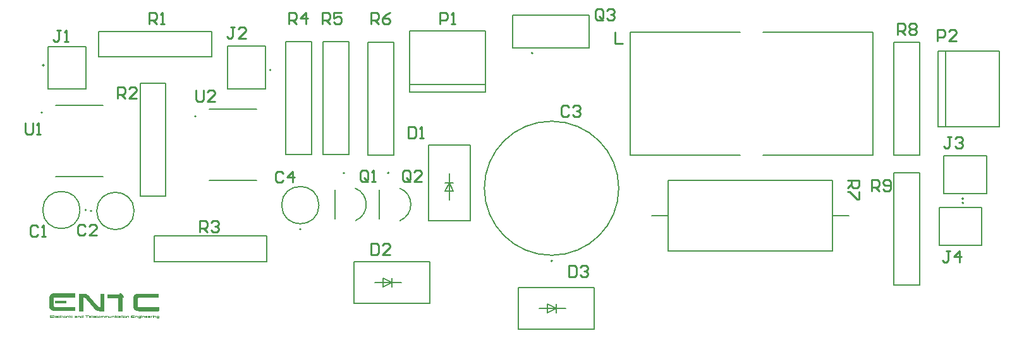
<source format=gto>
G04*
G04 #@! TF.GenerationSoftware,Altium Limited,Altium Designer,23.7.1 (13)*
G04*
G04 Layer_Color=65535*
%FSLAX44Y44*%
%MOMM*%
G71*
G04*
G04 #@! TF.SameCoordinates,A07C0687-F844-4A61-819B-523DF58B2253*
G04*
G04*
G04 #@! TF.FilePolarity,Positive*
G04*
G01*
G75*
%ADD10C,0.2000*%
%ADD11C,0.1270*%
%ADD12C,0.1524*%
%ADD13C,0.2540*%
G36*
X84249Y46654D02*
X69147D01*
Y50517D01*
X84249D01*
Y46654D01*
D02*
G37*
G36*
X135000Y36468D02*
X134824D01*
Y36293D01*
X128151D01*
Y36468D01*
X126922D01*
Y36644D01*
X126044D01*
Y36820D01*
X125517D01*
Y36995D01*
X125166D01*
Y37171D01*
X124639D01*
Y37346D01*
X124288D01*
Y37522D01*
X123937D01*
Y37698D01*
X123761D01*
Y37873D01*
X123585D01*
Y38049D01*
X123234D01*
Y38224D01*
X123059D01*
Y38400D01*
X122883D01*
Y38576D01*
X122707D01*
Y38751D01*
X122532D01*
Y38927D01*
X122356D01*
Y39102D01*
X122181D01*
Y39278D01*
X122005D01*
Y39454D01*
X121829D01*
Y39629D01*
X121654D01*
Y39805D01*
X121478D01*
Y40156D01*
X121302D01*
Y40332D01*
X121127D01*
Y40507D01*
X120951D01*
Y40683D01*
X120776D01*
Y40859D01*
X120600D01*
Y41034D01*
X120424D01*
Y41210D01*
X120249D01*
Y41561D01*
X120073D01*
Y41737D01*
X119898D01*
Y41912D01*
X119722D01*
Y42088D01*
X119546D01*
Y42263D01*
X119371D01*
Y42439D01*
X119195D01*
Y42790D01*
X119020D01*
Y42966D01*
X118844D01*
Y43141D01*
X118668D01*
Y43317D01*
X118493D01*
Y43493D01*
X118317D01*
Y43844D01*
X118141D01*
Y44020D01*
X117966D01*
Y44195D01*
X117790D01*
Y44371D01*
X117615D01*
Y44546D01*
X117439D01*
Y44722D01*
X117263D01*
Y45073D01*
X116912D01*
Y45424D01*
X116737D01*
Y45600D01*
X116561D01*
Y45776D01*
X116385D01*
Y45951D01*
X116210D01*
Y46127D01*
X116034D01*
Y46302D01*
X115859D01*
Y46654D01*
X115683D01*
Y46829D01*
X115507D01*
Y47005D01*
X115332D01*
Y47181D01*
X115156D01*
Y47356D01*
X114981D01*
Y47707D01*
X114805D01*
Y47883D01*
X114629D01*
Y48059D01*
X114454D01*
Y48234D01*
X114278D01*
Y48410D01*
X114102D01*
Y48585D01*
X113927D01*
Y48761D01*
X113751D01*
Y49112D01*
X113576D01*
Y49288D01*
X113400D01*
Y49464D01*
X113224D01*
Y49639D01*
X113049D01*
Y49815D01*
X112873D01*
Y50166D01*
X112698D01*
Y50342D01*
X112522D01*
Y50517D01*
X112346D01*
Y50693D01*
X112171D01*
Y50868D01*
X111995D01*
Y51044D01*
X111820D01*
Y51220D01*
X111644D01*
Y51571D01*
X111468D01*
Y51746D01*
X111293D01*
Y51922D01*
X111117D01*
Y52098D01*
X110942D01*
Y52273D01*
X110766D01*
Y52624D01*
X110590D01*
Y52800D01*
X110415D01*
Y52976D01*
X110239D01*
Y53151D01*
X110063D01*
Y53327D01*
X109888D01*
Y53502D01*
X109712D01*
Y53678D01*
X109361D01*
Y53854D01*
X109185D01*
Y54029D01*
X108834D01*
Y54205D01*
X108307D01*
Y54380D01*
X107781D01*
Y54556D01*
X106903D01*
Y36468D01*
X106727D01*
Y36293D01*
X101283D01*
Y47005D01*
X101107D01*
Y48059D01*
X101283D01*
Y48234D01*
X101107D01*
Y48585D01*
X101283D01*
Y48937D01*
X101107D01*
Y50342D01*
X101283D01*
Y60000D01*
X108659D01*
Y59824D01*
X109712D01*
Y59649D01*
X110239D01*
Y59473D01*
X110766D01*
Y59298D01*
X111117D01*
Y59122D01*
X111468D01*
Y58946D01*
X111820D01*
Y58771D01*
X111995D01*
Y58595D01*
X112346D01*
Y58419D01*
X112522D01*
Y58244D01*
X112698D01*
Y58068D01*
X113049D01*
Y57893D01*
X113224D01*
Y57717D01*
X113400D01*
Y57541D01*
X113576D01*
Y57366D01*
X113751D01*
Y57190D01*
X113927D01*
Y57015D01*
X114102D01*
Y56839D01*
X114278D01*
Y56663D01*
X114454D01*
Y56312D01*
X114805D01*
Y55961D01*
X114981D01*
Y55785D01*
X115156D01*
Y55610D01*
X115332D01*
Y55434D01*
X115507D01*
Y55259D01*
X115683D01*
Y54907D01*
X115859D01*
Y54732D01*
X116034D01*
Y54556D01*
X116210D01*
Y54380D01*
X116385D01*
Y54205D01*
X116561D01*
Y54029D01*
X116737D01*
Y53854D01*
X116912D01*
Y53502D01*
X117088D01*
Y53327D01*
X117263D01*
Y53151D01*
X117439D01*
Y52976D01*
X117615D01*
Y52800D01*
X117790D01*
Y52624D01*
X117966D01*
Y52449D01*
Y52273D01*
X118317D01*
Y51922D01*
X118493D01*
Y51746D01*
X118668D01*
Y51571D01*
X118844D01*
Y51395D01*
X119020D01*
Y51220D01*
X119195D01*
Y50868D01*
X119371D01*
Y50693D01*
X119546D01*
Y50517D01*
X119722D01*
Y50342D01*
X119898D01*
Y50166D01*
X120073D01*
Y49990D01*
X120249D01*
Y49815D01*
X120424D01*
Y49464D01*
X120600D01*
Y49288D01*
X120776D01*
Y49112D01*
X120951D01*
Y48937D01*
X121127D01*
Y48761D01*
X121302D01*
Y48585D01*
X121478D01*
Y48234D01*
X121654D01*
Y48059D01*
X121829D01*
Y47883D01*
X122005D01*
Y47707D01*
X122181D01*
Y47532D01*
X122356D01*
Y47356D01*
X122532D01*
Y47181D01*
X122707D01*
Y46829D01*
X122883D01*
Y46654D01*
X123059D01*
Y46478D01*
X123234D01*
Y46302D01*
X123410D01*
Y46127D01*
X123585D01*
Y45951D01*
X123761D01*
Y45600D01*
X123937D01*
Y45424D01*
X124112D01*
Y45249D01*
X124288D01*
Y45073D01*
X124464D01*
Y44898D01*
X124639D01*
Y44722D01*
X124815D01*
Y44546D01*
X124990D01*
Y44195D01*
X125342D01*
Y43844D01*
X125517D01*
Y43668D01*
X125693D01*
Y43493D01*
X125868D01*
Y43317D01*
X126044D01*
Y43141D01*
X126220D01*
Y42966D01*
X126395D01*
Y42790D01*
X126571D01*
Y42615D01*
X126922D01*
Y42439D01*
X127098D01*
Y42263D01*
X127449D01*
Y42088D01*
X127976D01*
Y41912D01*
X129381D01*
Y60000D01*
X135000D01*
Y36468D01*
D02*
G37*
G36*
X95312Y60351D02*
X95488D01*
Y56488D01*
Y56312D01*
Y54907D01*
X67917D01*
Y54732D01*
X67566D01*
Y54556D01*
X67390D01*
Y54205D01*
X67215D01*
Y42966D01*
X67390D01*
Y42615D01*
X67566D01*
Y42439D01*
X67917D01*
Y42263D01*
X95488D01*
Y36820D01*
X66688D01*
Y36995D01*
X65810D01*
Y37171D01*
X65108D01*
Y37346D01*
X64581D01*
Y37522D01*
X64229D01*
Y37698D01*
X63878D01*
Y37873D01*
X63527D01*
Y38049D01*
X63351D01*
Y38224D01*
X63176D01*
Y38400D01*
X63000D01*
Y38576D01*
X62825D01*
Y38751D01*
X62649D01*
Y38927D01*
X62473D01*
Y39102D01*
X62298D01*
Y39454D01*
X62122D01*
Y39629D01*
X61947D01*
Y40156D01*
X61771D01*
Y40683D01*
X61595D01*
Y41210D01*
X61420D01*
Y55961D01*
X61595D01*
Y56663D01*
X61771D01*
Y57190D01*
X61947D01*
Y57541D01*
X62122D01*
Y57893D01*
X62298D01*
Y58068D01*
X62473D01*
Y58419D01*
X62649D01*
Y58595D01*
X62825D01*
Y58771D01*
X63000D01*
Y58946D01*
X63176D01*
Y59122D01*
X63527D01*
Y59298D01*
X63878D01*
Y59473D01*
X64054D01*
Y59649D01*
X64405D01*
Y59824D01*
X64932D01*
Y60000D01*
X65459D01*
Y60176D01*
X66161D01*
Y60351D01*
X68093D01*
Y60527D01*
X95312D01*
Y60351D01*
D02*
G37*
G36*
X208053Y54556D02*
X180658D01*
Y54380D01*
X180307D01*
Y54205D01*
X179956D01*
Y53678D01*
X179780D01*
Y52624D01*
Y52449D01*
Y42790D01*
X179956D01*
Y42263D01*
X180131D01*
Y42088D01*
X180483D01*
Y41912D01*
X208053D01*
Y41737D01*
X208229D01*
Y36468D01*
X208053D01*
Y36293D01*
X180307D01*
Y36468D01*
X178902D01*
Y36644D01*
X178024D01*
Y36820D01*
X177497D01*
Y36995D01*
X177146D01*
Y37171D01*
X176795D01*
Y37346D01*
X176444D01*
Y37522D01*
X176092D01*
Y37698D01*
X175917D01*
Y37873D01*
X175741D01*
Y38049D01*
X175390D01*
Y38224D01*
X175215D01*
Y38576D01*
X175039D01*
Y38751D01*
X174863D01*
Y39102D01*
X174688D01*
Y39454D01*
X174512D01*
Y39805D01*
X174336D01*
Y40332D01*
X174161D01*
Y41737D01*
X173985D01*
Y54732D01*
X174161D01*
Y55961D01*
X174336D01*
Y56663D01*
X174512D01*
Y57015D01*
X174688D01*
Y57366D01*
X174863D01*
Y57717D01*
X175039D01*
Y57893D01*
X175215D01*
Y58068D01*
X175390D01*
Y58244D01*
X175566D01*
Y58419D01*
X175741D01*
Y58595D01*
X175917D01*
Y58771D01*
X176268D01*
Y58946D01*
X176444D01*
Y59122D01*
X176795D01*
Y59298D01*
X177322D01*
Y59473D01*
X177673D01*
Y59649D01*
X178375D01*
Y59824D01*
X179429D01*
Y60000D01*
X208053D01*
Y54556D01*
D02*
G37*
G36*
X156073Y60878D02*
X156600D01*
Y60702D01*
X157127D01*
Y60527D01*
X157302D01*
Y60351D01*
X157654D01*
Y60176D01*
X157829D01*
Y60000D01*
X158180D01*
Y59824D01*
X158356D01*
Y59649D01*
X158532D01*
Y59473D01*
X158707D01*
Y59298D01*
X158883D01*
Y59122D01*
X159059D01*
Y58946D01*
X159234D01*
Y58771D01*
X159410D01*
Y58595D01*
X159585D01*
Y58419D01*
X159761D01*
Y58068D01*
X159937D01*
Y57893D01*
X160112D01*
Y57541D01*
X160288D01*
Y57190D01*
X160463D01*
Y56839D01*
X160639D01*
Y56312D01*
X160814D01*
Y55259D01*
X160990D01*
Y54556D01*
X159059D01*
Y39981D01*
Y39805D01*
Y35766D01*
X153088D01*
Y53854D01*
X139390D01*
Y59298D01*
X155195D01*
Y59649D01*
X155371D01*
Y60176D01*
X155546D01*
Y60702D01*
X155722D01*
Y61054D01*
X156073D01*
Y60878D01*
D02*
G37*
G36*
X200502Y30322D02*
X199624D01*
Y30849D01*
X200502D01*
Y30322D01*
D02*
G37*
G36*
X185049D02*
X184170D01*
Y30849D01*
X185049D01*
Y30322D01*
D02*
G37*
G36*
X160112D02*
X159234D01*
Y30849D01*
X160112D01*
Y30322D01*
D02*
G37*
G36*
X149576Y30673D02*
X149751D01*
Y30322D01*
X148873D01*
Y30498D01*
Y30673D01*
Y30849D01*
X149576D01*
Y30673D01*
D02*
G37*
G36*
X88990D02*
X89166D01*
Y30498D01*
X88990D01*
Y30322D01*
X88288D01*
Y30498D01*
X88112D01*
Y30673D01*
X88288D01*
Y30849D01*
X88990D01*
Y30673D01*
D02*
G37*
G36*
X175741Y30322D02*
X175917D01*
Y30147D01*
X175741D01*
Y29971D01*
X175215D01*
Y30147D01*
X171878D01*
Y29971D01*
X171702D01*
Y29444D01*
X175741D01*
Y28742D01*
X171702D01*
Y28215D01*
X171878D01*
Y28039D01*
X175741D01*
Y27512D01*
X171175D01*
Y27688D01*
X170824D01*
Y30498D01*
X171175D01*
Y30673D01*
X175741D01*
Y30322D01*
D02*
G37*
G36*
X156424Y29795D02*
X156776D01*
Y29620D01*
X156951D01*
Y27688D01*
X156776D01*
Y27512D01*
X156073D01*
Y27337D01*
X155195D01*
Y27512D01*
X153790D01*
Y27864D01*
X153615D01*
Y28215D01*
Y28390D01*
Y28566D01*
X153790D01*
Y28742D01*
X154141D01*
Y28917D01*
X155722D01*
Y28742D01*
X155898D01*
Y28917D01*
X156249D01*
Y29093D01*
X156073D01*
Y29268D01*
X153790D01*
Y29971D01*
X156424D01*
Y29795D01*
D02*
G37*
G36*
X196288D02*
X196463D01*
Y29620D01*
X196639D01*
Y28742D01*
X196463D01*
Y28566D01*
X196112D01*
Y28390D01*
X194707D01*
Y28566D01*
X194180D01*
Y28039D01*
X196639D01*
Y27512D01*
X193478D01*
Y27864D01*
X193302D01*
Y29620D01*
X193478D01*
Y29795D01*
X193829D01*
Y29971D01*
X196288D01*
Y29795D01*
D02*
G37*
G36*
X192424D02*
X192775D01*
Y28742D01*
X192600D01*
Y28566D01*
X192249D01*
Y28390D01*
X190844D01*
Y28566D01*
X190492D01*
Y28390D01*
X190317D01*
Y28039D01*
X192775D01*
Y27512D01*
X189790D01*
Y27688D01*
X189614D01*
Y28039D01*
X189439D01*
Y29620D01*
X189614D01*
Y29795D01*
X189966D01*
Y29971D01*
X192424D01*
Y29795D01*
D02*
G37*
G36*
X122356D02*
X122707D01*
Y28742D01*
X122532D01*
Y28566D01*
X122181D01*
Y28390D01*
X120600D01*
Y28566D01*
X120424D01*
Y28390D01*
X120249D01*
Y28039D01*
X122707D01*
Y27512D01*
X119722D01*
Y27688D01*
X119546D01*
Y27864D01*
X119371D01*
Y29620D01*
X119546D01*
Y29795D01*
X119898D01*
Y29971D01*
X122356D01*
Y29795D01*
D02*
G37*
G36*
X71605D02*
X71781D01*
Y29444D01*
X71956D01*
Y29093D01*
X71781D01*
Y28566D01*
X71254D01*
Y28390D01*
X69673D01*
Y28566D01*
X69498D01*
Y28039D01*
X71781D01*
Y27512D01*
X71430D01*
Y27337D01*
X71078D01*
Y27512D01*
X68795D01*
Y27688D01*
X68620D01*
Y29620D01*
X68795D01*
Y29795D01*
X69147D01*
Y29971D01*
X71605D01*
Y29795D01*
D02*
G37*
G36*
X144307Y29620D02*
Y27864D01*
X144132D01*
Y27688D01*
X143956D01*
Y27512D01*
X141146D01*
Y27688D01*
X140971D01*
Y29795D01*
X141673D01*
Y28215D01*
X141849D01*
Y28039D01*
X143429D01*
Y29795D01*
X144307D01*
Y29620D01*
D02*
G37*
G36*
X163624Y29795D02*
X163976D01*
Y29620D01*
X164151D01*
Y27864D01*
X163976D01*
Y27688D01*
X163800D01*
Y27512D01*
X160990D01*
Y27688D01*
X160814D01*
Y27864D01*
X160639D01*
Y28215D01*
Y28390D01*
Y29620D01*
X160814D01*
Y29795D01*
X161166D01*
Y29971D01*
X163624D01*
Y29795D01*
D02*
G37*
G36*
X158532Y29971D02*
X158883D01*
Y29795D01*
Y29620D01*
X159059D01*
Y29268D01*
X158532D01*
Y27512D01*
X157654D01*
Y29268D01*
X157302D01*
Y29971D01*
X157654D01*
Y30673D01*
X158532D01*
Y29971D01*
D02*
G37*
G36*
X153263Y29268D02*
X150980D01*
Y28039D01*
X153263D01*
Y27512D01*
X150454D01*
Y27688D01*
X150278D01*
Y27864D01*
X150102D01*
Y29444D01*
X150278D01*
Y29620D01*
X150454D01*
Y29795D01*
X150805D01*
Y29971D01*
X153263D01*
Y29268D01*
D02*
G37*
G36*
X139741Y29795D02*
X140268D01*
Y29620D01*
X140444D01*
Y27512D01*
X139566D01*
Y29268D01*
X138512D01*
Y27512D01*
X137634D01*
Y29268D01*
X136580D01*
Y27512D01*
X135878D01*
Y29444D01*
X135702D01*
Y29795D01*
X135878D01*
Y29971D01*
X139741D01*
Y29795D01*
D02*
G37*
G36*
X129556D02*
X129907D01*
Y29620D01*
X130083D01*
Y29268D01*
X130259D01*
Y28039D01*
X130083D01*
Y27688D01*
X129907D01*
Y27512D01*
X126922D01*
Y27688D01*
X126746D01*
Y29620D01*
X126922D01*
Y29795D01*
X127273D01*
Y29971D01*
X129556D01*
Y29795D01*
D02*
G37*
G36*
X126220Y29268D02*
X123937D01*
Y28215D01*
X124112D01*
Y28039D01*
X126220D01*
Y27512D01*
X123410D01*
Y27688D01*
X123234D01*
Y29620D01*
X123410D01*
Y29795D01*
X123761D01*
Y29971D01*
X126220D01*
Y29268D01*
D02*
G37*
G36*
X117263Y29795D02*
X117439D01*
Y29620D01*
X117615D01*
Y28917D01*
X117439D01*
Y28566D01*
X117088D01*
Y28390D01*
X115156D01*
Y28039D01*
X117439D01*
Y27512D01*
X114454D01*
Y27688D01*
X114278D01*
Y29620D01*
X114454D01*
Y29795D01*
X114805D01*
Y29971D01*
X117263D01*
Y29795D01*
D02*
G37*
G36*
X106551Y27864D02*
X106376D01*
Y27688D01*
X106200D01*
Y27512D01*
X103390D01*
Y27688D01*
X103215D01*
Y27864D01*
X103039D01*
Y29444D01*
X103215D01*
Y29795D01*
X103566D01*
Y29971D01*
X105673D01*
Y30498D01*
Y30673D01*
Y30849D01*
X106551D01*
Y27864D01*
D02*
G37*
G36*
X92678Y29268D02*
X90395D01*
Y28215D01*
X90571D01*
Y28039D01*
X92678D01*
Y27512D01*
X89868D01*
Y27688D01*
X89693D01*
Y28039D01*
X89517D01*
Y28390D01*
Y28566D01*
Y29444D01*
X89693D01*
Y29620D01*
X89868D01*
Y29795D01*
X90220D01*
Y29971D01*
X92678D01*
Y29268D01*
D02*
G37*
G36*
X83195Y29795D02*
X83546D01*
Y29620D01*
X83722D01*
Y27688D01*
X83546D01*
Y27512D01*
X80561D01*
Y27688D01*
X80386D01*
Y27864D01*
X80210D01*
Y29444D01*
X80386D01*
Y29795D01*
X80912D01*
Y29971D01*
X83195D01*
Y29795D01*
D02*
G37*
G36*
X75293D02*
X75469D01*
Y29444D01*
X75293D01*
Y29268D01*
X73186D01*
Y28039D01*
X75469D01*
Y27512D01*
X72483D01*
Y27864D01*
X72308D01*
Y29620D01*
X72483D01*
Y29795D01*
X72834D01*
Y29971D01*
X75293D01*
Y29795D01*
D02*
G37*
G36*
X66864Y30147D02*
X62825D01*
Y29971D01*
X62649D01*
Y29444D01*
X66688D01*
Y28742D01*
X62649D01*
Y28215D01*
X62825D01*
Y28039D01*
X66864D01*
Y27512D01*
X62122D01*
Y27688D01*
X61947D01*
Y27864D01*
X61771D01*
Y30322D01*
X61947D01*
Y30498D01*
X62122D01*
Y30673D01*
X66864D01*
Y30147D01*
D02*
G37*
G36*
X203839Y29795D02*
X204190D01*
Y29620D01*
X204366D01*
Y29268D01*
X204541D01*
Y27512D01*
X204366D01*
Y27337D01*
X203839D01*
Y27512D01*
X203663D01*
Y29268D01*
X201731D01*
Y27512D01*
X201029D01*
Y27864D01*
Y28039D01*
Y29971D01*
X203839D01*
Y29795D01*
D02*
G37*
G36*
X200151D02*
X200502D01*
Y27512D01*
X200327D01*
Y27337D01*
X199800D01*
Y27512D01*
X199624D01*
Y29795D01*
X199800D01*
Y29971D01*
X200151D01*
Y29795D01*
D02*
G37*
G36*
X199273Y29268D02*
X198044D01*
Y27512D01*
X197692D01*
Y27337D01*
X197517D01*
Y27512D01*
X197166D01*
Y28742D01*
Y28917D01*
Y29620D01*
X197341D01*
Y29795D01*
X197692D01*
Y29971D01*
X199273D01*
Y29268D01*
D02*
G37*
G36*
X188385Y29795D02*
X188912D01*
Y29444D01*
X189088D01*
Y27512D01*
X188912D01*
Y27337D01*
X188385D01*
Y27512D01*
X188210D01*
Y29268D01*
X186453D01*
Y27512D01*
X186102D01*
Y27337D01*
X185927D01*
Y27512D01*
X185575D01*
Y29971D01*
X188385D01*
Y29795D01*
D02*
G37*
G36*
X185049Y27512D02*
X184873D01*
Y27337D01*
X184522D01*
Y27512D01*
X184170D01*
Y29795D01*
X185049D01*
Y27512D01*
D02*
G37*
G36*
X179254Y29795D02*
X179605D01*
Y29620D01*
X179780D01*
Y27512D01*
X179605D01*
Y27337D01*
X179078D01*
Y27512D01*
X178902D01*
Y29268D01*
X177146D01*
Y27512D01*
X176971D01*
Y27337D01*
X176619D01*
Y27512D01*
X176268D01*
Y29971D01*
X179254D01*
Y29795D01*
D02*
G37*
G36*
X167488D02*
X167839D01*
Y29620D01*
X168015D01*
Y29268D01*
X168190D01*
Y27512D01*
X167839D01*
Y27337D01*
X167488D01*
Y27512D01*
X167312D01*
Y29268D01*
X165380D01*
Y27512D01*
X164678D01*
Y29620D01*
X164502D01*
Y29795D01*
X164678D01*
Y29971D01*
X167488D01*
Y29795D01*
D02*
G37*
G36*
X160112Y28566D02*
Y28390D01*
Y27512D01*
X159761D01*
Y27337D01*
X159585D01*
Y27512D01*
X159234D01*
Y29795D01*
X160112D01*
Y28566D01*
D02*
G37*
G36*
X149751Y28215D02*
Y28039D01*
Y27512D01*
X149224D01*
Y27337D01*
X149049D01*
Y27512D01*
X148873D01*
Y29795D01*
X149751D01*
Y28215D01*
D02*
G37*
G36*
X147819Y29795D02*
X148171D01*
Y29444D01*
X148346D01*
Y27512D01*
X148171D01*
Y27337D01*
X147644D01*
Y27512D01*
X147468D01*
Y29268D01*
X145712D01*
Y27512D01*
X145361D01*
Y27337D01*
X145185D01*
Y27512D01*
X144834D01*
Y29971D01*
X147819D01*
Y29795D01*
D02*
G37*
G36*
X134649D02*
X135000D01*
Y29620D01*
X135176D01*
Y29268D01*
X135351D01*
Y27512D01*
X135000D01*
Y27337D01*
X134649D01*
Y27512D01*
X134473D01*
Y29268D01*
X133420D01*
Y27512D01*
X132542D01*
Y29268D01*
X131488D01*
Y27512D01*
X131312D01*
Y27337D01*
X130785D01*
Y27512D01*
X130610D01*
Y29971D01*
X134649D01*
Y29795D01*
D02*
G37*
G36*
X118844Y30673D02*
X119020D01*
Y29620D01*
X118844D01*
Y27512D01*
X118668D01*
Y27337D01*
X118317D01*
Y27512D01*
X118141D01*
Y30849D01*
X118844D01*
Y30673D01*
D02*
G37*
G36*
X114278Y30147D02*
X112171D01*
Y27512D01*
X111820D01*
Y27337D01*
X111468D01*
Y27512D01*
X111293D01*
Y29620D01*
Y29795D01*
Y29971D01*
X111117D01*
Y30147D01*
X109185D01*
Y30673D01*
X114278D01*
Y30147D01*
D02*
G37*
G36*
X101986Y29795D02*
X102337D01*
Y29444D01*
X102512D01*
Y27512D01*
X102161D01*
Y27337D01*
X101810D01*
Y27512D01*
X101634D01*
Y29268D01*
X99878D01*
Y28390D01*
Y28215D01*
Y27512D01*
X99703D01*
Y27337D01*
X99176D01*
Y27512D01*
X99000D01*
Y29971D01*
X101986D01*
Y29795D01*
D02*
G37*
G36*
X98122D02*
X98298D01*
Y29620D01*
X98473D01*
Y29268D01*
X98649D01*
Y28039D01*
X98473D01*
Y27688D01*
X98298D01*
Y27512D01*
X97771D01*
Y27337D01*
X96893D01*
Y27512D01*
X95488D01*
Y27688D01*
X95312D01*
Y28742D01*
X95664D01*
Y28917D01*
X97771D01*
Y29268D01*
X95312D01*
Y29971D01*
X98122D01*
Y29795D01*
D02*
G37*
G36*
X88990Y27512D02*
X88639D01*
Y27337D01*
X88464D01*
Y27512D01*
X88288D01*
Y27864D01*
Y28039D01*
Y29795D01*
X88990D01*
Y27512D01*
D02*
G37*
G36*
X87059Y29795D02*
X87410D01*
Y29620D01*
X87585D01*
Y29268D01*
X87761D01*
Y27512D01*
X87410D01*
Y27337D01*
X87059D01*
Y27512D01*
X86883D01*
Y29268D01*
X84951D01*
Y28390D01*
X85127D01*
Y27512D01*
X84776D01*
Y27337D01*
X84249D01*
Y29444D01*
X84073D01*
Y29620D01*
Y29971D01*
X87059D01*
Y29795D01*
D02*
G37*
G36*
X79859Y29268D02*
X78629D01*
Y29093D01*
X78454D01*
Y28566D01*
X78629D01*
Y27512D01*
X78278D01*
Y27337D01*
X77927D01*
Y27512D01*
X77751D01*
Y29620D01*
X77927D01*
Y29795D01*
X78278D01*
Y29971D01*
X79859D01*
Y29268D01*
D02*
G37*
G36*
X76873Y29971D02*
X77400D01*
Y29268D01*
X76873D01*
Y28039D01*
Y27864D01*
Y27512D01*
X76347D01*
Y27337D01*
X76171D01*
Y27512D01*
X75995D01*
Y28390D01*
X76171D01*
Y29093D01*
X75995D01*
Y29268D01*
X75644D01*
Y29971D01*
X76171D01*
Y30147D01*
X75995D01*
Y30322D01*
X76171D01*
Y30673D01*
X76873D01*
Y29971D01*
D02*
G37*
G36*
X68093Y30322D02*
Y30147D01*
Y27512D01*
X67742D01*
Y27337D01*
X67390D01*
Y27512D01*
X67215D01*
Y30849D01*
X68093D01*
Y30322D01*
D02*
G37*
G36*
X207878Y29795D02*
X208405D01*
Y28390D01*
X208580D01*
Y28039D01*
X208405D01*
Y26985D01*
X208229D01*
Y26810D01*
X208053D01*
Y26634D01*
X205068D01*
Y27161D01*
X207527D01*
Y27337D01*
X207702D01*
Y27688D01*
X205595D01*
Y27864D01*
X205244D01*
Y28039D01*
X205068D01*
Y29093D01*
X204892D01*
Y29444D01*
X205068D01*
Y29795D01*
X205595D01*
Y29971D01*
X207878D01*
Y29795D01*
D02*
G37*
G36*
X183117D02*
X183644D01*
Y29444D01*
X183819D01*
Y27161D01*
X183644D01*
Y26985D01*
X183468D01*
Y26810D01*
X183293D01*
Y26634D01*
X180483D01*
Y26810D01*
X180307D01*
Y27161D01*
X182766D01*
Y27337D01*
X182941D01*
Y27688D01*
X180834D01*
Y27864D01*
X180483D01*
Y28039D01*
X180307D01*
Y29268D01*
Y29444D01*
Y29795D01*
X180834D01*
Y29971D01*
X183117D01*
Y29795D01*
D02*
G37*
%LPC*%
G36*
X156073Y28566D02*
X154668D01*
Y28390D01*
X154493D01*
Y28039D01*
X156073D01*
Y28566D01*
D02*
G37*
G36*
X195761Y29268D02*
X194180D01*
Y28917D01*
X195761D01*
Y29268D01*
D02*
G37*
G36*
X191897D02*
X190317D01*
Y29093D01*
Y28917D01*
X191897D01*
Y29268D01*
D02*
G37*
G36*
X121829D02*
X120249D01*
Y28917D01*
X120424D01*
Y28742D01*
X121654D01*
Y28917D01*
X121829D01*
Y29093D01*
Y29268D01*
D02*
G37*
G36*
X71078D02*
X69322D01*
Y28917D01*
X69673D01*
Y28742D01*
X69849D01*
Y28917D01*
X70025D01*
Y28742D01*
X70727D01*
Y28917D01*
X71078D01*
Y29268D01*
D02*
G37*
G36*
X163273D02*
X161517D01*
Y28039D01*
X163273D01*
Y29268D01*
D02*
G37*
G36*
X129381D02*
X127449D01*
Y28215D01*
X127624D01*
Y28039D01*
X129381D01*
Y29268D01*
D02*
G37*
G36*
X116737D02*
X115156D01*
Y28917D01*
X116034D01*
Y28742D01*
X116561D01*
Y28917D01*
X116737D01*
Y29268D01*
D02*
G37*
G36*
X105673D02*
X103917D01*
Y28039D01*
X105673D01*
Y29268D01*
D02*
G37*
G36*
X82844D02*
X81088D01*
Y28039D01*
X82844D01*
Y29268D01*
D02*
G37*
G36*
X97595Y28566D02*
X96190D01*
Y28039D01*
X97595D01*
Y28215D01*
X97771D01*
Y28390D01*
X97595D01*
Y28566D01*
D02*
G37*
G36*
X207702Y29268D02*
X205770D01*
Y28566D01*
X205946D01*
Y28390D01*
X207527D01*
Y28566D01*
X207702D01*
Y28917D01*
Y29093D01*
Y29268D01*
D02*
G37*
G36*
X182941D02*
X181010D01*
Y28566D01*
X181185D01*
Y28390D01*
X182766D01*
Y28566D01*
X182941D01*
Y29268D01*
D02*
G37*
%LPD*%
D10*
X708770Y383000D02*
G03*
X708770Y383000I-1000J0D01*
G01*
X1286000Y181900D02*
G03*
X1286000Y181900I-1000J0D01*
G01*
X456600Y221970D02*
G03*
X456600Y221970I-1000J0D01*
G01*
X516290D02*
G03*
X516290Y221970I-1000J0D01*
G01*
X734930Y104060D02*
G03*
X734930Y104060I-1000J0D01*
G01*
X398380Y146400D02*
G03*
X398380Y146400I-1000J0D01*
G01*
X1285730Y187600D02*
G03*
X1285730Y187600I-1000J0D01*
G01*
X52120Y303160D02*
G03*
X52120Y303160I-1000J0D01*
G01*
X54060Y366660D02*
G03*
X54060Y366660I-1000J0D01*
G01*
X110840Y172350D02*
G03*
X110840Y172350I-1000J0D01*
G01*
X118230Y171080D02*
G03*
X118230Y171080I-1000J0D01*
G01*
X357890Y360310D02*
G03*
X357890Y360310I-1000J0D01*
G01*
X257860Y298080D02*
G03*
X257860Y298080I-1000J0D01*
G01*
D11*
X471040Y157982D02*
G03*
X471040Y201560I-8803J21789D01*
G01*
X530730Y157982D02*
G03*
X530730Y201560I-8803J21789D01*
G01*
X823930D02*
G03*
X823930Y201560I-90000J0D01*
G01*
X422380Y178900D02*
G03*
X422380Y178900I-25000J0D01*
G01*
X102340Y172350D02*
G03*
X102340Y172350I-25000J0D01*
G01*
X174730Y171080D02*
G03*
X174730Y171080I-25000J0D01*
G01*
X890000Y165000D02*
Y212500D01*
Y117500D02*
Y165000D01*
Y117500D02*
X1110000D01*
Y165000D01*
Y212500D01*
X890000D02*
X1110000D01*
Y165000D02*
X1131925D01*
X868075D02*
X890000D01*
X839340Y246010D02*
X986660D01*
X1017140D02*
X1164460D01*
X1017140Y411110D02*
X1164460D01*
X839340D02*
X986660D01*
X839340Y246010D02*
Y411110D01*
X1164460Y246010D02*
Y411110D01*
X681970Y389625D02*
X784370D01*
X681970D02*
Y434075D01*
X784370Y389625D02*
Y434075D01*
X681970D02*
X784370D01*
X1310400Y124600D02*
Y175400D01*
X1253200Y124600D02*
Y175400D01*
X1310400D01*
X1253200Y124600D02*
X1310400D01*
X443650Y160735D02*
Y199205D01*
Y160735D02*
Y199205D01*
X503340Y160735D02*
Y199205D01*
Y160735D02*
Y199205D01*
X543430Y412740D02*
X645030D01*
Y340740D02*
Y412740D01*
Y330740D02*
Y340740D01*
X543430Y330740D02*
X645030D01*
X543430D02*
Y340740D01*
Y412740D01*
Y340740D02*
X645030D01*
X1259330Y194100D02*
Y244900D01*
X1316530Y194100D02*
Y244900D01*
X1259330Y194100D02*
X1316530D01*
X1259330Y244900D02*
X1316530D01*
X1333350Y284270D02*
Y385870D01*
X1261350Y284270D02*
X1333350D01*
X1251350D02*
X1261350D01*
X1251350D02*
Y385870D01*
X1261350D01*
X1333350D01*
X1261350Y284270D02*
Y385870D01*
X69720Y217110D02*
X133220D01*
X69720Y313010D02*
X133220D01*
X110360Y334860D02*
Y392060D01*
X59560Y334860D02*
Y392060D01*
Y334860D02*
X110360D01*
X59560Y392060D02*
X110360D01*
X299590Y334910D02*
Y392110D01*
X350390Y334910D02*
Y392110D01*
X299590D02*
X350390D01*
X299590Y334910D02*
X350390D01*
X275460Y212030D02*
X338960D01*
X275460Y307930D02*
X338960D01*
D12*
X513636Y246340D02*
X522272D01*
X496364D02*
X513636D01*
X487728Y397470D02*
X522272D01*
X522272Y246340D01*
X487728D02*
X496364D01*
X487728Y397470D02*
X487728Y246340D01*
X453636Y247140D02*
X462272D01*
X436364D02*
X453636D01*
X427728Y398270D02*
X462272D01*
X462272Y247140D01*
X427728D02*
X436364D01*
X427728Y398270D02*
X427728Y247140D01*
X403636D02*
X412272D01*
X386364D02*
X403636D01*
X377728Y398270D02*
X412272D01*
X412272Y247140D01*
X377728D02*
X386364D01*
X377728Y398270D02*
X377728Y247140D01*
X1218636Y246340D02*
X1227272D01*
X1201364D02*
X1218636D01*
X1192728Y397470D02*
X1227272D01*
X1227272Y246340D01*
X1192728D02*
X1201364D01*
X1192728Y397470D02*
X1192728Y246340D01*
X278660Y403636D02*
Y412272D01*
Y386364D02*
Y403636D01*
X127530Y377728D02*
Y412272D01*
X278660Y412272D01*
Y377728D02*
Y386364D01*
X127530Y377728D02*
X278660Y377728D01*
X208636Y191340D02*
X217272D01*
X191364D02*
X208636D01*
X182728Y342470D02*
X217272D01*
X217272Y191340D01*
X182728D02*
X191364D01*
X182728Y342470D02*
X182728Y191340D01*
X1218636Y71340D02*
X1227272D01*
X1201364D02*
X1218636D01*
X1192728Y222470D02*
X1227272D01*
X1227272Y71340D01*
X1192728D02*
X1201364D01*
X1192728Y222470D02*
X1192728Y71340D01*
X201340Y102728D02*
Y111364D01*
Y128636D01*
X352470Y102728D02*
Y137272D01*
X201340Y102728D02*
X352470Y102728D01*
X201340Y128636D02*
Y137272D01*
Y137272D02*
X352470Y137272D01*
X520000Y75000D02*
X532700D01*
X520000Y69158D02*
Y75000D01*
X508570Y69158D02*
X520000Y75000D01*
X508570Y69158D02*
Y80842D01*
X520000Y75000D01*
X497140D02*
X520000D01*
Y80842D01*
X570800Y47060D02*
Y102940D01*
X469200Y47060D02*
Y102940D01*
Y47060D02*
X570800D01*
X469200Y102940D02*
X570800D01*
X740000Y40000D02*
X752700D01*
X740000Y34158D02*
Y40000D01*
X728570Y34158D02*
X740000Y40000D01*
X728570Y34158D02*
Y45842D01*
X740000Y40000D01*
X717140D02*
X740000D01*
Y45842D01*
X790800Y12060D02*
Y67940D01*
X689200Y12060D02*
Y67940D01*
Y12060D02*
X790800D01*
X689200Y67940D02*
X790800D01*
X596770Y209180D02*
Y221880D01*
Y209180D02*
X602612D01*
X596770D02*
X602612Y197750D01*
X590928D02*
X602612D01*
X590928D02*
X596770Y209180D01*
Y186320D02*
Y209180D01*
X590928D02*
X596770D01*
X568830Y259980D02*
X624710D01*
X568830Y158380D02*
X624710D01*
Y259980D01*
X568830Y158380D02*
Y259980D01*
D13*
X1130372Y212166D02*
X1145608D01*
Y204548D01*
X1143068Y202009D01*
X1137990D01*
X1135451Y204548D01*
Y212166D01*
Y207087D02*
X1130372Y202009D01*
X1145608Y196931D02*
Y186774D01*
X1143068D01*
X1132912Y196931D01*
X1130372D01*
X818766Y411359D02*
Y396124D01*
X828923D01*
X1267461Y117618D02*
X1262383D01*
X1264922D01*
Y104922D01*
X1262383Y102382D01*
X1259843D01*
X1257304Y104922D01*
X1280157Y102382D02*
Y117618D01*
X1272539Y110000D01*
X1282696D01*
X1162304Y197383D02*
Y212617D01*
X1169922D01*
X1172461Y210078D01*
Y205000D01*
X1169922Y202461D01*
X1162304D01*
X1167383D02*
X1172461Y197383D01*
X1177539Y199922D02*
X1180078Y197383D01*
X1185157D01*
X1187696Y199922D01*
Y210078D01*
X1185157Y212617D01*
X1180078D01*
X1177539Y210078D01*
Y207539D01*
X1180078Y205000D01*
X1187696D01*
X1197304Y407383D02*
Y422617D01*
X1204922D01*
X1207461Y420078D01*
Y415000D01*
X1204922Y412461D01*
X1197304D01*
X1202383D02*
X1207461Y407383D01*
X1212539Y420078D02*
X1215078Y422617D01*
X1220157D01*
X1222696Y420078D01*
Y417539D01*
X1220157Y415000D01*
X1222696Y412461D01*
Y409922D01*
X1220157Y407383D01*
X1215078D01*
X1212539Y409922D01*
Y412461D01*
X1215078Y415000D01*
X1212539Y417539D01*
Y420078D01*
X1215078Y415000D02*
X1220157D01*
X492304Y422383D02*
Y437617D01*
X499922D01*
X502461Y435078D01*
Y430000D01*
X499922Y427461D01*
X492304D01*
X497383D02*
X502461Y422383D01*
X517696Y437617D02*
X512617Y435078D01*
X507539Y430000D01*
Y424922D01*
X510078Y422383D01*
X515157D01*
X517696Y424922D01*
Y427461D01*
X515157Y430000D01*
X507539D01*
X427304Y422383D02*
Y437617D01*
X434922D01*
X437461Y435078D01*
Y430000D01*
X434922Y427461D01*
X427304D01*
X432383D02*
X437461Y422383D01*
X452696Y437617D02*
X442539D01*
Y430000D01*
X447617Y432539D01*
X450157D01*
X452696Y430000D01*
Y424922D01*
X450157Y422383D01*
X445078D01*
X442539Y424922D01*
X382304Y422383D02*
Y437617D01*
X389922D01*
X392461Y435078D01*
Y430000D01*
X389922Y427461D01*
X382304D01*
X387383D02*
X392461Y422383D01*
X405157D02*
Y437617D01*
X397539Y430000D01*
X407696D01*
X262304Y142382D02*
Y157618D01*
X269922D01*
X272461Y155078D01*
Y150000D01*
X269922Y147461D01*
X262304D01*
X267383D02*
X272461Y142382D01*
X277539Y155078D02*
X280078Y157618D01*
X285157D01*
X287696Y155078D01*
Y152539D01*
X285157Y150000D01*
X282617D01*
X285157D01*
X287696Y147461D01*
Y144922D01*
X285157Y142382D01*
X280078D01*
X277539Y144922D01*
X152304Y322383D02*
Y337617D01*
X159922D01*
X162461Y335078D01*
Y330000D01*
X159922Y327461D01*
X152304D01*
X157382D02*
X162461Y322383D01*
X177696D02*
X167539D01*
X177696Y332539D01*
Y335078D01*
X175157Y337617D01*
X170078D01*
X167539Y335078D01*
X194843Y422383D02*
Y437617D01*
X202461D01*
X205000Y435078D01*
Y430000D01*
X202461Y427461D01*
X194843D01*
X199922D02*
X205000Y422383D01*
X210078D02*
X215157D01*
X212618D01*
Y437617D01*
X210078Y435078D01*
X374521Y221878D02*
X371982Y224417D01*
X366903D01*
X364364Y221878D01*
Y211722D01*
X366903Y209182D01*
X371982D01*
X374521Y211722D01*
X387217Y209182D02*
Y224417D01*
X379599Y216800D01*
X389756D01*
X802461Y429922D02*
Y440078D01*
X799922Y442617D01*
X794843D01*
X792304Y440078D01*
Y429922D01*
X794843Y427383D01*
X799922D01*
X797383Y432461D02*
X802461Y427383D01*
X799922D02*
X802461Y429922D01*
X807539Y440078D02*
X810078Y442617D01*
X815157D01*
X817696Y440078D01*
Y437539D01*
X815157Y435000D01*
X812617D01*
X815157D01*
X817696Y432461D01*
Y429922D01*
X815157Y427383D01*
X810078D01*
X807539Y429922D01*
X544701Y212992D02*
Y223148D01*
X542162Y225688D01*
X537083D01*
X534544Y223148D01*
Y212992D01*
X537083Y210452D01*
X542162D01*
X539622Y215531D02*
X544701Y210452D01*
X542162D02*
X544701Y212992D01*
X559936Y210452D02*
X549779D01*
X559936Y220609D01*
Y223148D01*
X557397Y225688D01*
X552318D01*
X549779Y223148D01*
X487550Y212992D02*
Y223148D01*
X485011Y225688D01*
X479933D01*
X477393Y223148D01*
Y212992D01*
X479933Y210452D01*
X485011D01*
X482472Y215531D02*
X487550Y210452D01*
X485011D02*
X487550Y212992D01*
X492628Y210452D02*
X497707D01*
X495168D01*
Y225688D01*
X492628Y223148D01*
X1251074Y399426D02*
Y414661D01*
X1258691D01*
X1261231Y412122D01*
Y407043D01*
X1258691Y404504D01*
X1251074D01*
X1276466Y399426D02*
X1266309D01*
X1276466Y409583D01*
Y412122D01*
X1273927Y414661D01*
X1268848D01*
X1266309Y412122D01*
X584843Y422383D02*
Y437617D01*
X592461D01*
X595000Y435078D01*
Y430000D01*
X592461Y427461D01*
X584843D01*
X600078Y422383D02*
X605157D01*
X602618D01*
Y437617D01*
X600078Y435078D01*
X1269359Y270389D02*
X1264280D01*
X1266820D01*
Y257693D01*
X1264280Y255154D01*
X1261741D01*
X1259202Y257693D01*
X1274437Y267850D02*
X1276976Y270389D01*
X1282055D01*
X1284594Y267850D01*
Y265311D01*
X1282055Y262771D01*
X1279515D01*
X1282055D01*
X1284594Y260232D01*
Y257693D01*
X1282055Y255154D01*
X1276976D01*
X1274437Y257693D01*
X757304Y97618D02*
Y82382D01*
X764922D01*
X767461Y84922D01*
Y95078D01*
X764922Y97618D01*
X757304D01*
X772539Y95078D02*
X775078Y97618D01*
X780157D01*
X782696Y95078D01*
Y92539D01*
X780157Y90000D01*
X777617D01*
X780157D01*
X782696Y87461D01*
Y84922D01*
X780157Y82382D01*
X775078D01*
X772539Y84922D01*
X492304Y127618D02*
Y112382D01*
X499922D01*
X502461Y114922D01*
Y125078D01*
X499922Y127618D01*
X492304D01*
X517696Y112382D02*
X507539D01*
X517696Y122539D01*
Y125078D01*
X515157Y127618D01*
X510078D01*
X507539Y125078D01*
X542163Y284107D02*
Y268873D01*
X549781D01*
X552320Y271412D01*
Y281568D01*
X549781Y284107D01*
X542163D01*
X557398Y268873D02*
X562477D01*
X559938D01*
Y284107D01*
X557398Y281568D01*
X757461Y310078D02*
X754922Y312617D01*
X749843D01*
X747304Y310078D01*
Y299922D01*
X749843Y297383D01*
X754922D01*
X757461Y299922D01*
X762539Y310078D02*
X765078Y312617D01*
X770157D01*
X772696Y310078D01*
Y307539D01*
X770157Y305000D01*
X767617D01*
X770157D01*
X772696Y302461D01*
Y299922D01*
X770157Y297383D01*
X765078D01*
X762539Y299922D01*
X257426Y333635D02*
Y320939D01*
X259965Y318400D01*
X265044D01*
X267583Y320939D01*
Y333635D01*
X282818Y318400D02*
X272661D01*
X282818Y328557D01*
Y331096D01*
X280279Y333635D01*
X275200D01*
X272661Y331096D01*
X29083Y289188D02*
Y276492D01*
X31623Y273953D01*
X36701D01*
X39240Y276492D01*
Y289188D01*
X44318Y273953D02*
X49397D01*
X46858D01*
Y289188D01*
X44318Y286648D01*
X309493Y417709D02*
X304414D01*
X306954D01*
Y405013D01*
X304414Y402474D01*
X301875D01*
X299336Y405013D01*
X324728Y402474D02*
X314571D01*
X324728Y412631D01*
Y415170D01*
X322189Y417709D01*
X317110D01*
X314571Y415170D01*
X76070Y413647D02*
X70992D01*
X73531D01*
Y400952D01*
X70992Y398413D01*
X68453D01*
X65913Y400952D01*
X81148Y398413D02*
X86227D01*
X83688D01*
Y413647D01*
X81148Y411108D01*
X109091Y150758D02*
X106552Y153298D01*
X101473D01*
X98934Y150758D01*
Y140602D01*
X101473Y138062D01*
X106552D01*
X109091Y140602D01*
X124326Y138062D02*
X114169D01*
X124326Y148219D01*
Y150758D01*
X121787Y153298D01*
X116708D01*
X114169Y150758D01*
X45590Y149488D02*
X43051Y152028D01*
X37973D01*
X35433Y149488D01*
Y139332D01*
X37973Y136792D01*
X43051D01*
X45590Y139332D01*
X50668Y136792D02*
X55747D01*
X53208D01*
Y152028D01*
X50668Y149488D01*
M02*

</source>
